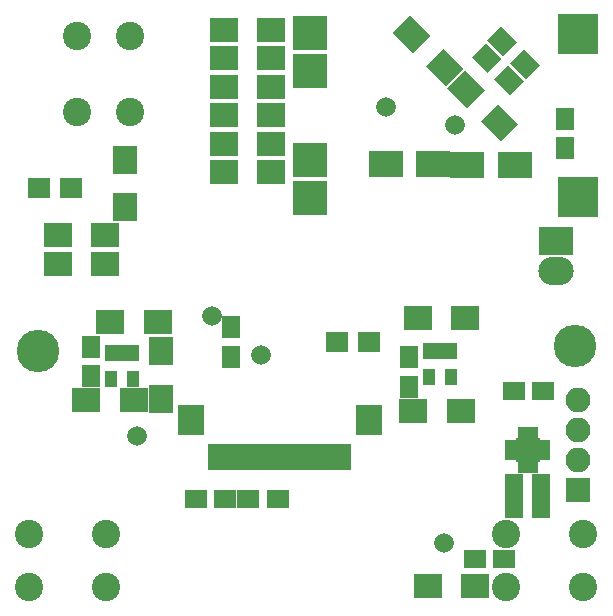
<source format=gts>
G04 #@! TF.FileFunction,Soldermask,Top*
%FSLAX46Y46*%
G04 Gerber Fmt 4.6, Leading zero omitted, Abs format (unit mm)*
G04 Created by KiCad (PCBNEW 4.0.6) date 01/04/18 03:56:18*
%MOMM*%
%LPD*%
G01*
G04 APERTURE LIST*
%ADD10C,0.100000*%
%ADD11C,3.600000*%
%ADD12R,0.650000X2.300000*%
%ADD13R,2.200000X2.600000*%
%ADD14C,2.400000*%
%ADD15R,3.000000X2.400000*%
%ADD16O,3.000000X2.400000*%
%ADD17R,1.900000X1.650000*%
%ADD18R,1.650000X1.900000*%
%ADD19R,1.900000X1.700000*%
%ADD20R,2.100000X2.400000*%
%ADD21R,2.400000X2.100000*%
%ADD22R,0.650000X1.100000*%
%ADD23R,1.100000X0.650000*%
%ADD24R,1.225000X1.225000*%
%ADD25R,1.050000X1.460000*%
%ADD26R,2.900000X2.200000*%
%ADD27R,1.499820X3.699460*%
%ADD28R,2.100000X2.100000*%
%ADD29O,2.100000X2.100000*%
%ADD30R,2.400000X2.000000*%
%ADD31R,3.400000X3.400000*%
%ADD32R,2.900000X2.900000*%
%ADD33C,1.670000*%
G04 APERTURE END LIST*
D10*
D11*
X169259000Y-117094000D03*
D12*
X183988000Y-126088000D03*
X184488000Y-126088000D03*
X184988000Y-126088000D03*
X185488000Y-126088000D03*
X185988000Y-126088000D03*
X186488000Y-126088000D03*
X186988000Y-126088000D03*
X187488000Y-126088000D03*
X187988000Y-126088000D03*
X188488000Y-126088000D03*
X188988000Y-126088000D03*
X189488000Y-126088000D03*
X189988000Y-126088000D03*
X190488000Y-126088000D03*
X190988000Y-126088000D03*
X191488000Y-126088000D03*
X191988000Y-126088000D03*
X192488000Y-126088000D03*
X192988000Y-126088000D03*
X193488000Y-126088000D03*
X193988000Y-126088000D03*
X194488000Y-126088000D03*
X194988000Y-126088000D03*
X195488000Y-126088000D03*
D13*
X197281800Y-122910600D03*
X182219600Y-122910600D03*
D14*
X215442800Y-137088000D03*
X215442800Y-132588000D03*
X208942800Y-137088000D03*
X208942800Y-132588000D03*
D15*
X213169500Y-107759500D03*
D16*
X213169500Y-110299500D03*
D17*
X185146000Y-129667000D03*
X182646000Y-129667000D03*
X187091000Y-129667000D03*
X189591000Y-129667000D03*
D18*
X185642000Y-117582000D03*
X185642000Y-115082000D03*
X213868000Y-97429000D03*
X213868000Y-99929000D03*
X200660000Y-120122000D03*
X200660000Y-117622000D03*
X173736000Y-119233000D03*
X173736000Y-116733000D03*
D17*
X206268000Y-134670800D03*
X208768000Y-134670800D03*
D10*
G36*
X205989114Y-92192695D02*
X207191195Y-90990614D01*
X208534698Y-92334117D01*
X207332617Y-93536198D01*
X205989114Y-92192695D01*
X205989114Y-92192695D01*
G37*
G36*
X207898302Y-94101883D02*
X209100383Y-92899802D01*
X210443886Y-94243305D01*
X209241805Y-95445386D01*
X207898302Y-94101883D01*
X207898302Y-94101883D01*
G37*
G36*
X207322614Y-90795695D02*
X208524695Y-89593614D01*
X209868198Y-90937117D01*
X208666117Y-92139198D01*
X207322614Y-90795695D01*
X207322614Y-90795695D01*
G37*
G36*
X209231802Y-92704883D02*
X210433883Y-91502802D01*
X211777386Y-92846305D01*
X210575305Y-94048386D01*
X209231802Y-92704883D01*
X209231802Y-92704883D01*
G37*
G36*
X205316204Y-93214280D02*
X203831280Y-94699204D01*
X202134224Y-93002148D01*
X203619148Y-91517224D01*
X205316204Y-93214280D01*
X205316204Y-93214280D01*
G37*
G36*
X202487776Y-90385852D02*
X201002852Y-91870776D01*
X199305796Y-90173720D01*
X200790720Y-88688796D01*
X202487776Y-90385852D01*
X202487776Y-90385852D01*
G37*
G36*
X203941296Y-94809220D02*
X205426220Y-93324296D01*
X207123276Y-95021352D01*
X205638352Y-96506276D01*
X203941296Y-94809220D01*
X203941296Y-94809220D01*
G37*
G36*
X206769724Y-97637648D02*
X208254648Y-96152724D01*
X209951704Y-97849780D01*
X208466780Y-99334704D01*
X206769724Y-97637648D01*
X206769724Y-97637648D01*
G37*
D19*
X197311000Y-116332000D03*
X194611000Y-116332000D03*
D20*
X179705000Y-117126000D03*
X179705000Y-121126000D03*
D21*
X170974000Y-107315000D03*
X174974000Y-107315000D03*
X170974000Y-109728000D03*
X174974000Y-109728000D03*
D14*
X172601500Y-96901000D03*
X177101500Y-96901000D03*
X172601500Y-90401000D03*
X177101500Y-90401000D03*
X168503600Y-132558400D03*
X168503600Y-137058400D03*
X175003600Y-132558400D03*
X175003600Y-137058400D03*
D22*
X210256500Y-126876000D03*
X210756500Y-126876000D03*
X211256500Y-126876000D03*
D23*
X212156500Y-125976000D03*
X212156500Y-125476000D03*
X212156500Y-124976000D03*
D22*
X211256500Y-124076000D03*
X210756500Y-124076000D03*
X210256500Y-124076000D03*
D23*
X209356500Y-124976000D03*
X209356500Y-125476000D03*
X209356500Y-125976000D03*
D24*
X211169000Y-125063500D03*
X210344000Y-125063500D03*
X211169000Y-125888500D03*
X210344000Y-125888500D03*
D25*
X204277000Y-117137000D03*
X203327000Y-117137000D03*
X202377000Y-117137000D03*
X202377000Y-119337000D03*
X204277000Y-119337000D03*
X177353000Y-117264000D03*
X176403000Y-117264000D03*
X175453000Y-117264000D03*
X175453000Y-119464000D03*
X177353000Y-119464000D03*
D26*
X205645000Y-101346000D03*
X209645000Y-101346000D03*
X202723500Y-101282500D03*
X198723500Y-101282500D03*
D27*
X211856320Y-129413000D03*
X209605880Y-129413000D03*
D21*
X185039000Y-89916000D03*
X189039000Y-89916000D03*
D20*
X176631600Y-104920800D03*
X176631600Y-100920800D03*
D21*
X185039000Y-92329000D03*
X189039000Y-92329000D03*
D19*
X169388800Y-103276400D03*
X172088800Y-103276400D03*
D21*
X185039000Y-94742000D03*
X189039000Y-94742000D03*
X185039000Y-97155000D03*
X189039000Y-97155000D03*
X185039000Y-99568000D03*
X189039000Y-99568000D03*
X185039000Y-101981000D03*
X189039000Y-101981000D03*
X206266800Y-136956800D03*
X202266800Y-136956800D03*
D28*
X214985600Y-128828800D03*
D29*
X214985600Y-126288800D03*
X214985600Y-123748800D03*
X214985600Y-121208800D03*
D17*
X209570000Y-120523000D03*
X212070000Y-120523000D03*
D30*
X205454000Y-114300000D03*
X201454000Y-114300000D03*
X175419000Y-114681000D03*
X179419000Y-114681000D03*
X205073000Y-122174000D03*
X201073000Y-122174000D03*
X177387000Y-121285000D03*
X173387000Y-121285000D03*
D31*
X215011000Y-90271600D03*
X215011000Y-104038400D03*
D32*
X192327000Y-104155000D03*
X192327000Y-90155000D03*
X192327000Y-93405000D03*
X192327000Y-100905000D03*
D33*
X177673000Y-124333000D03*
X183991000Y-114173000D03*
X188182000Y-117475000D03*
X198780400Y-96469200D03*
X204571600Y-97942400D03*
X203657200Y-133350000D03*
D11*
X214725000Y-116713000D03*
M02*

</source>
